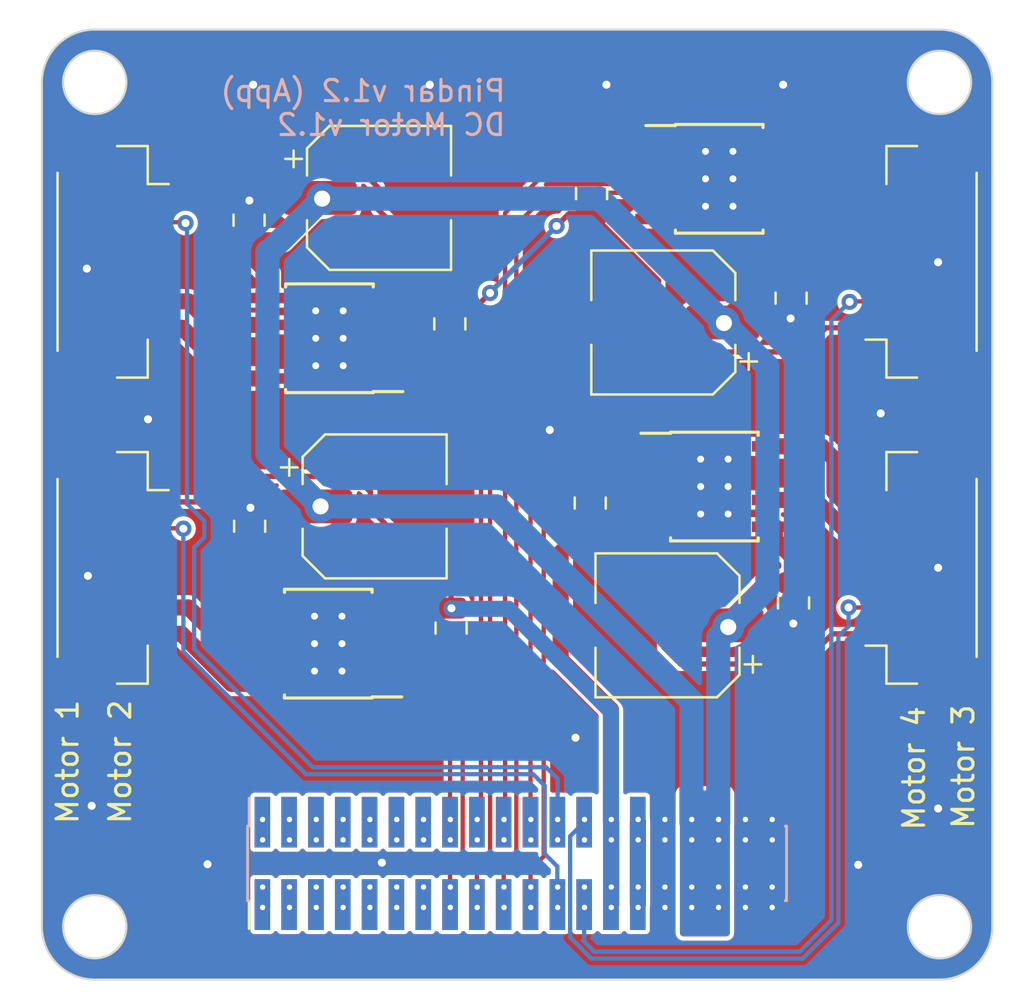
<source format=kicad_pcb>
(kicad_pcb (version 20221018) (generator pcbnew)
  (title_block (date "2023-06-14"))
  (layers (0 "F.Cu" signal) (31 "B.Cu" signal) (34 "B.Paste" user) (35 "F.Paste" user) (36 "B.SilkS" user "B.Silkscreen") (37 "F.SilkS" user "F.Silkscreen") (38 "B.Mask" user) (39 "F.Mask" user) (44 "Edge.Cuts" user))
  (net 0 "")
  (net 1 "+3.3V")
  (net 2 "GND")
  (net 3 "/SPI_CS")
  (net 4 "/SPI_CLK")
  (net 5 "/SPI_MOSI")
  (net 6 "/SPI_MISO")
  (net 7 "/I2C_CLK")
  (net 8 "/GPIO_1")
  (net 9 "/GPIO_2")
  (net 10 "/GPIO_3")
  (net 11 "/GPIO_4")
  (net 12 "/GPIO_5")
  (net 13 "/GPIO_6")
  (net 14 "/ENC_1A")
  (net 15 "/ENC_2A")
  (net 16 "/ADC_1")
  (net 17 "/ADC_3")
  (net 18 "/ADC_4")
  (net 19 "/UART1_Rx")
  (net 20 "/UART1_Tx")
  (net 21 "/ADC_2")
  (net 22 "/I2C_SDA")
  (net 23 "/UART2_Rx")
  (net 24 "/UART2_Tx")
  (net 25 "/GPIO_7")
  (net 26 "/GPIO_8")
  (net 27 "/ENC_4A")
  (net 28 "/+5V")
  (net 29 "+BATT")
  (net 30 "/OUT1")
  (net 31 "/OUT2")
  (net 32 "/OUT3")
  (net 33 "/OUT4")
  (net 34 "/OUT5")
  (net 35 "/OUT6")
  (net 36 "/ENC_3A")
  (net 37 "/OUT7")
  (net 38 "/OUT8")
  (footprint "Capacitor_SMD:C_0805_2012Metric" (layer "F.Cu") (at 72.5348 49.6602 -90)
    (fp_text reference "C10" hide)
    (fp_text value "0.1uF")
  )
  (footprint "Capacitor_SMD:CP_Elec_6.3x5.4" (layer "F.Cu") (at 68.9742 58.3064)
    (fp_text reference "C1" hide)
    (fp_text value "10uF")
  )
  (footprint "Capacitor_SMD:CP_Elec_6.3x5.4" (layer "F.Cu") (at 69.182 43.6912)
    (fp_text reference "C3" hide)
    (fp_text value "10uF")
  )
  (footprint "Package_SO:Texas_HTSOP-8-1EP_3.9x4.9mm_P1.27mm_EP2.95x4.9mm_Mask2.4x3.1mm_ThermalVias" (layer "F.Cu") (at 66.7794 64.8088 180)
    (fp_text reference "U1" hide)
    (fp_text value "DRV8870DDA")
  )
  (footprint "Connector_JST:JST_GH_SM06B-GHS-TB_1x06-1MP_P1.25mm_Horizontal" (layer "F.Cu") (at 94.92 61.22 90)
    (fp_text reference "J6" hide)
    (fp_text value "Motor 4")
  )
  (footprint "Connector_JST:JST_GH_SM06B-GHS-TB_1x06-1MP_P1.25mm_Horizontal" (layer "F.Cu") (at 94.92 46.72 90)
    (fp_text reference "J4" hide)
    (fp_text value "Motor 3")
  )
  (footprint "Capacitor_SMD:C_0805_2012Metric" (layer "F.Cu") (at 79.184 58.1494 90)
    (fp_text reference "C16" hide)
    (fp_text value "0.1uF")
  )
  (footprint "Connector_PinHeader_1.27mm:PinHeader_2x20_P1.27mm_Vertical_SMD" (layer "F.Cu") (at 75.72 75.22 90)
    (fp_text reference "J1" hide)
    (fp_text value "TOP")
  )
  (footprint "Capacitor_SMD:C_0805_2012Metric" (layer "F.Cu") (at 63.0292 44.7478 90)
    (fp_text reference "C4" hide)
    (fp_text value "0.1uF")
  )
  (footprint "Capacitor_SMD:C_0805_2012Metric" (layer "F.Cu") (at 72.596 64.0722 -90)
    (fp_text reference "C9" hide)
    (fp_text value "0.1uF")
  )
  (footprint "Package_SO:Texas_HTSOP-8-1EP_3.9x4.9mm_P1.27mm_EP2.95x4.9mm_Mask2.4x3.1mm_ThermalVias" (layer "F.Cu") (at 85.2916 42.787)
    (fp_text reference "U3" hide)
    (fp_text value "DRV8870DDA")
  )
  (footprint "Connector_JST:JST_GH_SM06B-GHS-TB_1x06-1MP_P1.25mm_Horizontal" (layer "F.Cu") (at 56.52 61.22 -90)
    (fp_text reference "J2" hide)
    (fp_text value "Motor 1")
  )
  (footprint "Connector_JST:JST_GH_SM06B-GHS-TB_1x06-1MP_P1.25mm_Horizontal" (layer "F.Cu") (at 56.52 46.72 -90)
    (fp_text reference "J3" hide)
    (fp_text value "Motor 2")
  )
  (footprint "Package_SO:Texas_HTSOP-8-1EP_3.9x4.9mm_P1.27mm_EP2.95x4.9mm_Mask2.4x3.1mm_ThermalVias" (layer "F.Cu") (at 66.8348 50.3414 180)
    (fp_text reference "U2" hide)
    (fp_text value "DRV8870DDA")
  )
  (footprint "Capacitor_SMD:CP_Elec_6.3x5.4" (layer "F.Cu") (at 82.8416 63.9406 180)
    (fp_text reference "C17" hide)
    (fp_text value "10uF")
  )
  (footprint "Capacitor_SMD:CP_Elec_6.3x5.4" (layer "F.Cu") (at 82.644 49.5942 180)
    (fp_text reference "C5" hide)
    (fp_text value "10uF")
  )
  (footprint "Capacitor_SMD:C_0805_2012Metric" (layer "F.Cu") (at 88.8106 62.8784 -90)
    (fp_text reference "C18" hide)
    (fp_text value "0.1uF")
  )
  (footprint "Capacitor_SMD:C_0805_2012Metric" (layer "F.Cu") (at 79.2464 43.488 90)
    (fp_text reference "C11" hide)
    (fp_text value "0.1uF")
  )
  (footprint "Capacitor_SMD:C_0805_2012Metric" (layer "F.Cu") (at 63.056 59.2462 90)
    (fp_text reference "C2" hide)
    (fp_text value "0.1uF")
  )
  (footprint "Capacitor_SMD:C_0805_2012Metric" (layer "F.Cu") (at 88.6952 48.441 -90)
    (fp_text reference "C6" hide)
    (fp_text value "0.1uF")
  )
  (footprint "Package_SO:Texas_HTSOP-8-1EP_3.9x4.9mm_P1.27mm_EP2.95x4.9mm_Mask2.4x3.1mm_ThermalVias" (layer "F.Cu") (at 85.0618 57.3666)
    (fp_text reference "U6" hide)
    (fp_text value "DRV8870DDA")
  )
  (footprint "Connector_PinHeader_1.27mm:PinHeader_2x20_P1.27mm_Vertical_SMD" (layer "B.Cu") (at 75.72 75.22 -90)
    (fp_text reference "J5" hide)
    (fp_text value "BUTTOM")
  )
  (gr_arc locked (start 53.22 38.22) (mid 53.952233 36.452233) (end 55.72 35.72) (stroke (width 0.1)) (layer "Edge.Cuts"))
  (gr_circle locked (center 95.72 78.22) (end 94.22 78.22) (stroke (width 0.1)) (fill none) (layer "Edge.Cuts"))
  (gr_line locked (start 55.72 80.72) (end 95.72 80.72) (stroke (width 0.1)) (layer "Edge.Cuts"))
  (gr_circle locked (center 55.72 38.22) (end 57.22 38.22) (stroke (width 0.1)) (fill none) (layer "Edge.Cuts"))
  (gr_line locked (start 53.22 38.22) (end 53.22 78.22) (stroke (width 0.1)) (layer "Edge.Cuts"))
  (gr_arc locked (start 95.72 35.72) (mid 97.487767 36.452233) (end 98.22 38.22) (stroke (width 0.1)) (layer "Edge.Cuts"))
  (gr_arc locked (start 98.22 78.22) (mid 97.487767 79.987767) (end 95.72 80.72) (stroke (width 0.1)) (layer "Edge.Cuts"))
  (gr_line locked (start 98.22 38.22) (end 98.22 78.22) (stroke (width 0.1)) (layer "Edge.Cuts"))
  (gr_circle locked (center 95.72 38.22) (end 95.72 39.72) (stroke (width 0.1)) (fill none) (layer "Edge.Cuts"))
  (gr_arc locked (start 55.72 80.72) (mid 53.952233 79.987767) (end 53.22 78.22) (stroke (width 0.1)) (layer "Edge.Cuts"))
  (gr_circle locked (center 55.72 78.22) (end 55.72 76.72) (stroke (width 0.1)) (fill none) (layer "Edge.Cuts"))
  (gr_line locked (start 95.72 35.72) (end 55.72 35.72) (stroke (width 0.1)) (layer "Edge.Cuts"))
  (gr_text "Pindar v1.2 (App)\nDC Motor v1.2" (at 75.2602 40.8178) (layer "B.SilkS") (effects (font (size 1 1)) (justify left bottom mirror)))
  (segment (start 58.37 43.595) (end 57.3192 43.595) (width 0.254) (layer "F.Cu") (net 1))
  (segment (start 72.5552 48.7306) (end 73.9064 48.7306) (width 0.254) (layer "F.Cu") (net 1))
  (segment (start 80.172 73.2552) (end 80.172 77.1552) (width 0.762) (layer "F.Cu") (net 1))
  (segment (start 77.7836 65.5618) (end 77.7836 60.4998) (width 0.762) (layer "F.Cu") (net 1))
  (segment (start 89.2226 65.774) (end 83.4568 65.774) (width 0.254) (layer "F.Cu") (net 1))
  (segment (start 82.4166 44.692) (end 79.5004 44.692) (width 0.254) (layer "F.Cu") (net 1))
  (segment (start 56.9976 57.6326) (end 57.46 58.095) (width 0.254) (layer "F.Cu") (net 1))
  (segment (start 90.6516 64.345) (end 89.2226 65.774) (width 0.254) (layer "F.Cu") (net 1))
  (segment (start 83.4568 65.774) (end 82.6694 64.9866) (width 0.254) (layer "F.Cu") (net 1))
  (segment (start 93.07 49.845) (end 94.2442 49.845) (width 0.254) (layer "F.Cu") (net 1))
  (segment (start 61.5956 58.095) (end 62.8066 56.884) (width 0.254) (layer "F.Cu") (net 1))
  (segment (start 82.6694 63.5896) (end 79.184 60.1042) (width 0.254) (layer "F.Cu") (net 1))
  (segment (start 80.165 73.27) (end 80.165 67.9432) (width 0.762) (layer "F.Cu") (net 1))
  (segment (start 82.4166 49.6716) (end 82.4166 47.6082) (width 0.254) (layer "F.Cu") (net 1))
  (segment (start 58.37 58.095) (end 61.5956 58.095) (width 0.254) (layer "F.Cu") (net 1))
  (segment (start 72.5348 48.7102) (end 72.5552 48.7306) (width 0.254) (layer "F.Cu") (net 1))
  (segment (start 93.07 64.345) (end 90.6516 64.345) (width 0.254) (layer "F.Cu") (net 1))
  (segment (start 79.2464 44.438) (end 78.1736 44.438) (width 0.254) (layer "F.Cu") (net 1))
  (segment (start 79.184 59.0994) (end 79.3562 59.2716) (width 0.254) (layer "F.Cu") (net 1))
  (segment (start 73.9064 48.7306) (end 74.4398 48.1972) (width 0.254) (layer "F.Cu") (net 1))
  (segment (start 94.278 64.345) (end 93.07 64.345) (width 0.254) (layer "F.Cu") (net 1))
  (segment (start 77.7836 60.4998) (end 79.184 59.0994) (width 0.762) (layer "F.Cu") (net 1))
  (segment (start 69.1312 43.1934) (end 69.1312 44.2348) (width 0.254) (layer "F.Cu") (net 1))
  (segment (start 57.46 58.095) (end 58.37 58.095) (width 0.254) (layer "F.Cu") (net 1))
  (segment (start 72.3776 62.9038) (end 69.6544 62.9038) (width 0.254) (layer "F.Cu") (net 1))
  (segment (start 68.039 56.884) (end 68.7756 57.6206) (width 0.254) (layer "F.Cu") (net 1))
  (segment (start 80.165 67.9432) (end 77.7836 65.5618) (width 0.762) (layer "F.Cu") (net 1))
  (segment (start 83.7362 50.9912) (end 82.4166 49.6716) (width 0.254) (layer "F.Cu") (net 1))
  (segment (start 68.2422 42.3044) (end 69.1312 43.1934) (width 0.254) (layer "F.Cu") (net 1))
  (segment (start 93.07 49.845) (end 90.3434 49.845) (width 0.254) (layer "F.Cu") (net 1))
  (segment (start 56.9976 43.9166) (end 56.9976 57.6326) (width 0.254) (layer "F.Cu") (net 1))
  (segment (start 72.596 62.2538) (end 72.596 63.1222) (width 0.254) (layer "F.Cu") (net 1))
  (segment (start 90.3434 49.845) (end 89.1972 50.9912) (width 0.254) (layer "F.Cu") (net 1))
  (segment (start 69.1312 44.2348) (end 72.5348 47.6384) (width 0.254) (layer "F.Cu") (net 1))
  (segment (start 94.4626 50.0634) (end 94.4626 64.1604) (width 0.254) (layer "F.Cu") (net 1))
  (segment (start 68.7756 58.4334) (end 72.596 62.2538) (width 0.254) (layer "F.Cu") (net 1))
  (segment (start 57.3192 43.595) (end 56.9976 43.9166) (width 0.254) (layer "F.Cu") (net 1))
  (segment (start 82.6694 64.9866) (end 82.6694 63.5896) (width 0.254) (layer "F.Cu") (net 1))
  (segment (start 79.3562 59.2716) (end 82.1868 59.2716) (width 0.254) (layer "F.Cu") (net 1))
  (segment (start 89.1972 50.9912) (end 83.7362 50.9912) (width 0.254) (layer "F.Cu") (net 1))
  (segment (start 68.7756 57.6206) (end 68.7756 58.4334) (width 0.254) (layer "F.Cu") (net 1))
  (segment (start 58.37 43.595) (end 61.401118 43.595) (width 0.254) (layer "F.Cu") (net 1))
  (segment (start 62.8066 56.884) (end 68.039 56.884) (width 0.254) (layer "F.Cu") (net 1))
  (segment (start 72.261 48.4364) (end 72.5348 48.7102) (width 0.254) (layer "F.Cu") (net 1))
  (segment (start 94.4626 64.1604) (end 94.278 64.345) (width 0.254) (layer "F.Cu") (net 1))
  (segment (start 94.2442 49.845) (end 94.4626 50.0634) (width 0.254) (layer "F.Cu") (net 1))
  (segment (start 72.596 63.1222) (end 72.3776 62.9038) (width 0.254) (layer "F.Cu") (net 1))
  (segment (start 78.1736 44.438) (end 77.5894 45.0222) (width 0.254) (layer "F.Cu") (net 1))
  (segment (start 79.5004 44.692) (end 79.2464 44.438) (width 0.254) (layer "F.Cu") (net 1))
  (segment (start 61.401118 43.595) (end 62.691718 42.3044) (width 0.254) (layer "F.Cu") (net 1))
  (segment (start 72.5348 47.6384) (end 72.5348 48.7102) (width 0.254) (layer "F.Cu") (net 1))
  (segment (start 82.4166 47.6082) (end 79.2464 44.438) (width 0.254) (layer "F.Cu") (net 1))
  (segment (start 79.184 60.1042) (end 79.184 59.0994) (width 0.254) (layer "F.Cu") (net 1))
  (segment (start 69.7098 48.4364) (end 72.261 48.4364) (width 0.254) (layer "F.Cu") (net 1))
  (segment (start 62.691718 42.3044) (end 68.2422 42.3044) (width 0.254) (layer "F.Cu") (net 1))
  (via (at 77.5894 45.0222) (size 0.762) (drill 0.381) (layers "F.Cu" "B.Cu") (net 1))
  (via (at 80.1802 76.3404) (size 0.508) (drill 0.254) (layers "F.Cu" "B.Cu") (net 1))
  (via (at 80.1802 74.1052) (size 0.508) (drill 0.254) (layers "F.Cu" "B.Cu") (net 1))
  (via (at 72.611 63.1324) (size 0.762) (drill 0.381) (layers "F.Cu" "B.Cu") (net 1))
  (via (at 80.1802 73.14) (size 0.508) (drill 0.254) (layers "F.Cu" "B.Cu") (net 1))
  (via (at 80.1802 77.3056) (size 0.508) (drill 0.254) (layers "F.Cu" "B.Cu") (net 1))
  (via (at 74.4398 48.1972) (size 0.762) (drill 0.381) (layers "F.Cu" "B.Cu") (net 1))
  (segment (start 77.5894 45.0222) (end 74.4398 48.1718) (width 0.254) (layer "B.Cu") (net 1))
  (segment (start 80.172 73.2552) (end 80.172 77.1552) (width 0.762) (layer "B.Cu") (net 1))
  (segment (start 72.6364 63.1578) (end 72.611 63.1324) (width 0.762) (layer "B.Cu") (net 1))
  (segment (start 80.165 68.0194) (end 75.3034 63.1578) (width 0.762) (layer "B.Cu") (net 1))
  (segment (start 80.165 73.27) (end 80.165 68.0194) (width 0.762) (layer "B.Cu") (net 1))
  (segment (start 74.4398 48.1718) (end 74.4398 48.1972) (width 0.254) (layer "B.Cu") (net 1))
  (segment (start 75.3034 63.1578) (end 72.6364 63.1578) (width 0.762) (layer "B.Cu") (net 1))
  (via (at 82.7202 73.14) (size 0.508) (drill 0.254) (layers "F.Cu" "B.Cu") (net 2))
  (via (at 86.5302 74.1052) (size 0.508) (drill 0.254) (layers "F.Cu" "B.Cu") (net 2))
  (via (at 55.5752 72.4916) (size 0.762) (drill 0.381) (layers "F.Cu" "B.Cu") (net 2))
  (via (at 86.5302 73.14) (size 0.508) (drill 0.254) (layers "F.Cu" "B.Cu") (net 2))
  (via (at 88.6714 49.403) (size 0.762) (drill 0.381) (layers "F.Cu" "B.Cu") (net 2))
  (via (at 58.2422 54.1782) (size 0.762) (drill 0.381) (layers "F.Cu" "B.Cu") (net 2))
  (via (at 69.3166 75.184) (size 0.762) (drill 0.381) (layers "F.Cu" "B.Cu") (net 2))
  (via (at 82.7202 76.3404) (size 0.508) (drill 0.254) (layers "F.Cu" "B.Cu") (net 2))
  (via (at 87.8002 73.14) (size 0.508) (drill 0.254) (layers "F.Cu" "B.Cu") (net 2))
  (via (at 95.6564 61.214) (size 0.762) (drill 0.381) (layers "F.Cu" "B.Cu") (net 2))
  (via (at 77.2668 54.6862) (size 0.762) (drill 0.381) (layers "F.Cu" "B.Cu") (net 2))
  (via (at 87.8002 76.3404) (size 0.508) (drill 0.254) (layers "F.Cu" "B.Cu") (net 2))
  (via (at 88.3158 38.3286) (size 0.762) (drill 0.381) (layers "F.Cu" "B.Cu") (net 2))
  (via (at 78.486 69.2658) (size 0.762) (drill 0.381) (layers "F.Cu" "B.Cu") (net 2))
  (via (at 61.0616 75.2602) (size 0.762) (drill 0.381) (layers "F.Cu" "B.Cu") (net 2))
  (via (at 95.6564 46.736) (size 0.762) (drill 0.381) (layers "F.Cu" "B.Cu") (net 2))
  (via (at 86.5302 76.3404) (size 0.508) (drill 0.254) (layers "F.Cu" "B.Cu") (net 2))
  (via (at 95.6564 72.6186) (size 0.762) (drill 0.381) (layers "F.Cu" "B.Cu") (net 2))
  (via (at 82.7202 77.3056) (size 0.508) (drill 0.254) (layers "F.Cu" "B.Cu") (net 2))
  (via (at 87.8002 74.1052) (size 0.508) (drill 0.254) (layers "F.Cu" "B.Cu") (net 2))
  (via (at 63.0428 43.815) (size 0.762) (drill 0.381) (layers "F.Cu" "B.Cu") (net 2))
  (via (at 82.7202 74.1052) (size 0.508) (drill 0.254) (layers "F.Cu" "B.Cu") (net 2))
  (via (at 91.8718 75.2856) (size 0.762) (drill 0.381) (layers "F.Cu" "B.Cu") (net 2))
  (via (at 63.0936 58.3692) (size 0.762) (drill 0.381) (layers "F.Cu" "B.Cu") (net 2))
  (via (at 88.7984 63.8556) (size 0.762) (drill 0.381) (layers "F.Cu" "B.Cu") (net 2))
  (via (at 86.5302 77.3056) (size 0.508) (drill 0.254) (layers "F.Cu" "B.Cu") (net 2))
  (via (at 55.3974 61.595) (size 0.762) (drill 0.381) (layers "F.Cu" "B.Cu") (net 2))
  (via (at 71.585666 38.3286) (size 0.762) (drill 0.381) (layers "F.Cu" "B.Cu") (net 2))
  (via (at 63.2206 38.3286) (size 0.762) (drill 0.381) (layers "F.Cu" "B.Cu") (net 2))
  (via (at 79.950732 38.3286) (size 0.762) (drill 0.381) (layers "F.Cu" "B.Cu") (net 2))
  (via (at 55.3466 47.0408) (size 0.762) (drill 0.381) (layers "F.Cu" "B.Cu") (net 2))
  (via (at 92.9386 53.8988) (size 0.762) (drill 0.381) (layers "F.Cu" "B.Cu") (net 2))
  (via (at 87.8002 77.3056) (size 0.508) (drill 0.254) (layers "F.Cu" "B.Cu") (net 2))
  (via (at 70.0202 76.3404) (size 0.508) (drill 0.254) (layers "F.Cu" "B.Cu") (net 3))
  (via (at 70.0202 77.3056) (size 0.508) (drill 0.254) (layers "F.Cu" "B.Cu") (net 3))
  (via (at 70.0202 74.1052) (size 0.508) (drill 0.254) (layers "F.Cu" "B.Cu") (net 4))
  (via (at 70.0202 73.14) (size 0.508) (drill 0.254) (layers "F.Cu" "B.Cu") (net 4))
  (via (at 71.2902 77.3056) (size 0.508) (drill 0.254) (layers "F.Cu" "B.Cu") (net 5))
  (via (at 71.2902 76.3404) (size 0.508) (drill 0.254) (layers "F.Cu" "B.Cu") (net 5))
  (via (at 71.2902 73.14) (size 0.508) (drill 0.254) (layers "F.Cu" "B.Cu") (net 6))
  (via (at 71.2902 74.1052) (size 0.508) (drill 0.254) (layers "F.Cu" "B.Cu") (net 6))
  (via (at 68.7502 74.1052) (size 0.508) (drill 0.254) (layers "F.Cu" "B.Cu") (net 7))
  (via (at 68.7502 73.14) (size 0.508) (drill 0.254) (layers "F.Cu" "B.Cu") (net 7))
  (segment (start 73.6524 64.5802) (end 73.6524 66.1296) (width 0.2032) (layer "F.Cu") (net 8))
  (segment (start 73.1436 74.995) (end 72.545 75.5936) (width 0.2032) (layer "F.Cu") (net 8))
  (segment (start 73.6524 66.1296) (end 73.1436 66.6384) (width 0.2032) (layer "F.Cu") (net 8))
  (segment (start 72.545 75.5936) (end 72.545 77.17) (width 0.2032) (layer "F.Cu") (net 8))
  (segment (start 69.6544 64.1738) (end 73.246 64.1738) (width 0.2032) (layer "F.Cu") (net 8))
  (segment (start 73.246 64.1738) (end 73.6524 64.5802) (width 0.2032) (layer "F.Cu") (net 8))
  (segment (start 73.1436 66.6384) (end 73.1436 74.995) (width 0.2032) (layer "F.Cu") (net 8))
  (via (at 72.5602 77.3056) (size 0.508) (drill 0.254) (layers "F.Cu" "B.Cu") (net 8))
  (via (at 72.5602 76.3404) (size 0.508) (drill 0.254) (layers "F.Cu" "B.Cu") (net 8))
  (segment (start 71.2902 65.4438) (end 72.545 66.6986) (width 0.2032) (layer "F.Cu") (net 9))
  (segment (start 69.6544 65.4438) (end 71.2902 65.4438) (width 0.2032) (layer "F.Cu") (net 9))
  (segment (start 72.545 66.6986) (end 72.545 73.27) (width 0.2032) (layer "F.Cu") (net 9))
  (via (at 72.5602 74.1052) (size 0.508) (drill 0.254) (layers "F.Cu" "B.Cu") (net 9))
  (via (at 72.5602 73.14) (size 0.508) (drill 0.254) (layers "F.Cu" "B.Cu") (net 9))
  (segment (start 74.4398 74.8926) (end 73.815 75.5174) (width 0.2032) (layer "F.Cu") (net 10))
  (segment (start 69.7098 49.7064) (end 73.409 49.7064) (width 0.2032) (layer "F.Cu") (net 10))
  (segment (start 74.4398 50.7372) (end 74.4398 74.8926) (width 0.2032) (layer "F.Cu") (net 10))
  (segment (start 73.815 75.5174) (end 73.815 77.17) (width 0.2032) (layer "F.Cu") (net 10))
  (segment (start 73.409 49.7064) (end 74.4398 50.7372) (width 0.2032) (layer "F.Cu") (net 10))
  (via (at 73.8302 77.3056) (size 0.508) (drill 0.254) (layers "F.Cu" "B.Cu") (net 10))
  (via (at 73.8302 76.3404) (size 0.508) (drill 0.254) (layers "F.Cu" "B.Cu") (net 10))
  (segment (start 71.377 50.9764) (end 74.008 53.6074) (width 0.2032) (layer "F.Cu") (net 11))
  (segment (start 74.008 73.077) (end 73.815 73.27) (width 0.2032) (layer "F.Cu") (net 11))
  (segment (start 69.7098 50.9764) (end 71.377 50.9764) (width 0.2032) (layer "F.Cu") (net 11))
  (segment (start 74.008 53.6074) (end 74.008 73.077) (width 0.2032) (layer "F.Cu") (net 11))
  (via (at 73.8302 74.1052) (size 0.508) (drill 0.254) (layers "F.Cu" "B.Cu") (net 11))
  (via (at 73.8302 73.14) (size 0.508) (drill 0.254) (layers "F.Cu" "B.Cu") (net 11))
  (segment (start 82.3912 43.4474) (end 77.2084 43.4474) (width 0.2032) (layer "F.Cu") (net 12))
  (segment (start 75.6836 74.9442) (end 75.085 75.5428) (width 0.2032) (layer "F.Cu") (net 12))
  (segment (start 77.2084 43.4474) (end 75.6836 44.9722) (width 0.2032) (layer "F.Cu") (net 12))
  (segment (start 82.4166 43.422) (end 82.3912 43.4474) (width 0.2032) (layer "F.Cu") (net 12))
  (segment (start 75.085 75.5428) (end 75.085 77.17) (width 0.2032) (layer "F.Cu") (net 12))
  (segment (start 75.6836 44.9722) (end 75.6836 74.9442) (width 0.2032) (layer "F.Cu") (net 12))
  (via (at 75.1002 77.3056) (size 0.508) (drill 0.254) (layers "F.Cu" "B.Cu") (net 12))
  (via (at 75.1002 76.3404) (size 0.508) (drill 0.254) (layers "F.Cu" "B.Cu") (net 12))
  (segment (start 81.5666 42.152) (end 81.0078 41.5932) (width 0.2032) (layer "F.Cu") (net 13))
  (segment (start 77.9704 41.5932) (end 75.151 44.4126) (width 0.2032) (layer "F.Cu") (net 13))
  (segment (start 82.4166 42.152) (end 81.5666 42.152) (width 0.2032) (layer "F.Cu") (net 13))
  (segment (start 75.151 44.4126) (end 75.151 73.204) (width 0.2032) (layer "F.Cu") (net 13))
  (segment (start 75.151 73.204) (end 75.085 73.27) (width 0.2032) (layer "F.Cu") (net 13))
  (segment (start 81.0078 41.5932) (end 77.9704 41.5932) (width 0.2032) (layer "F.Cu") (net 13))
  (via (at 75.1002 73.14) (size 0.508) (drill 0.254) (layers "F.Cu" "B.Cu") (net 13))
  (via (at 75.1002 74.1052) (size 0.508) (drill 0.254) (layers "F.Cu" "B.Cu") (net 13))
  (segment (start 59.9038 59.345) (end 59.9186 59.3598) (width 0.2032) (layer "F.Cu") (net 14))
  (segment (start 58.37 59.345) (end 59.9038 59.345) (width 0.2032) (layer "F.Cu") (net 14))
  (via (at 77.6402 76.3404) (size 0.508) (drill 0.254) (layers "F.Cu" "B.Cu") (net 14))
  (via (at 59.9186 59.3598) (size 0.762) (drill 0.381) (layers "F.Cu" "B.Cu") (net 14))
  (via (at 77.6402 77.3056) (size 0.508) (drill 0.254) (layers "F.Cu" "B.Cu") (net 14))
  (segment (start 59.9186 59.3598) (end 59.9186 65.186173) (width 0.2032) (layer "B.Cu") (net 14))
  (segment (start 77.0264 71.54) (end 77.0264 74.7658) (width 0.2032) (layer "B.Cu") (net 14))
  (segment (start 59.9186 65.186173) (end 65.725427 70.993) (width 0.2032) (layer "B.Cu") (net 14))
  (segment (start 76.4794 70.993) (end 77.0264 71.54) (width 0.2032) (layer "B.Cu") (net 14))
  (segment (start 65.725427 70.993) (end 76.4794 70.993) (width 0.2032) (layer "B.Cu") (net 14))
  (segment (start 77.0264 74.7658) (end 77.625 75.3644) (width 0.2032) (layer "B.Cu") (net 14))
  (segment (start 77.625 75.3644) (end 77.625 77.17) (width 0.2032) (layer "B.Cu") (net 14))
  (segment (start 59.9834 44.845) (end 60.0202 44.8818) (width 0.2032) (layer "F.Cu") (net 15))
  (segment (start 58.37 44.845) (end 59.9834 44.845) (width 0.2032) (layer "F.Cu") (net 15))
  (via (at 60.0202 44.8818) (size 0.762) (drill 0.381) (layers "F.Cu" "B.Cu") (net 15))
  (via (at 77.6402 73.14) (size 0.508) (drill 0.254) (layers "F.Cu" "B.Cu") (net 15))
  (via (at 77.6402 74.1052) (size 0.508) (drill 0.254) (layers "F.Cu" "B.Cu") (net 15))
  (segment (start 60.091454 58.186454) (end 60.9092 59.0042) (width 0.2032) (layer "B.Cu") (net 15))
  (segment (start 60.9092 59.0042) (end 60.9092 59.7662) (width 0.2032) (layer "B.Cu") (net 15))
  (segment (start 66.04 70.6628) (end 77.089 70.6628) (width 0.2032) (layer "B.Cu") (net 15))
  (segment (start 77.089 70.6628) (end 77.6402 71.214) (width 0.2032) (layer "B.Cu") (net 15))
  (segment (start 60.9092 59.7662) (end 60.4266 60.2488) (width 0.2032) (layer "B.Cu") (net 15))
  (segment (start 60.0202 44.8818) (end 60.091454 44.953054) (width 0.2032) (layer "B.Cu") (net 15))
  (segment (start 60.4266 65.0494) (end 66.04 70.6628) (width 0.2032) (layer "B.Cu") (net 15))
  (segment (start 60.091454 44.953054) (end 60.091454 58.186454) (width 0.2032) (layer "B.Cu") (net 15))
  (segment (start 60.4266 60.2488) (end 60.4266 65.0494) (width 0.2032) (layer "B.Cu") (net 15))
  (segment (start 77.6402 71.214) (end 77.6402 73.14) (width 0.2032) (layer "B.Cu") (net 15))
  (via (at 63.6702 77.3056) (size 0.508) (drill 0.254) (layers "F.Cu" "B.Cu") (net 16))
  (via (at 63.6702 76.3404) (size 0.508) (drill 0.254) (layers "F.Cu" "B.Cu") (net 16))
  (via (at 64.9402 77.3056) (size 0.508) (drill 0.254) (layers "F.Cu" "B.Cu") (net 17))
  (via (at 64.9402 76.3404) (size 0.508) (drill 0.254) (layers "F.Cu" "B.Cu") (net 17))
  (via (at 64.9402 73.14) (size 0.508) (drill 0.254) (layers "F.Cu" "B.Cu") (net 18))
  (via (at 64.9402 74.1052) (size 0.508) (drill 0.254) (layers "F.Cu" "B.Cu") (net 18))
  (via (at 66.2102 77.3056) (size 0.508) (drill 0.254) (layers "F.Cu" "B.Cu") (net 19))
  (via (at 66.2102 76.3404) (size 0.508) (drill 0.254) (layers "F.Cu" "B.Cu") (net 19))
  (via (at 66.2102 73.14) (size 0.508) (drill 0.254) (layers "F.Cu" "B.Cu") (net 20))
  (via (at 66.2102 74.1052) (size 0.508) (drill 0.254) (layers "F.Cu" "B.Cu") (net 20))
  (via (at 63.6702 73.14) (size 0.508) (drill 0.254) (layers "F.Cu" "B.Cu") (net 21))
  (via (at 63.6702 74.1052) (size 0.508) (drill 0.254) (layers "F.Cu" "B.Cu") (net 21))
  (via (at 68.7502 77.3056) (size 0.508) (drill 0.254) (layers "F.Cu" "B.Cu") (net 22))
  (via (at 68.7502 76.3404) (size 0.508) (drill 0.254) (layers "F.Cu" "B.Cu") (net 22))
  (via (at 67.4802 76.3404) (size 0.508) (drill 0.254) (layers "F.Cu" "B.Cu") (net 23))
  (via (at 67.4802 77.3056) (size 0.508) (drill 0.254) (layers "F.Cu" "B.Cu") (net 23))
  (via (at 67.4802 74.1052) (size 0.508) (drill 0.254) (layers "F.Cu" "B.Cu") (net 24))
  (via (at 67.4802 73.14) (size 0.508) (drill 0.254) (layers "F.Cu" "B.Cu") (net 24))
  (segment (start 77.6656 58.0016) (end 76.9798 58.6874) (width 0.2032) (layer "F.Cu") (net 25))
  (segment (start 76.36 75.5124) (end 76.355 75.5124) (width 0.2032) (layer "F.Cu") (net 25))
  (segment (start 76.355 75.5124) (end 76.355 77.17) (width 0.2032) (layer "F.Cu") (net 25))
  (segment (start 76.9798 74.8926) (end 76.36 75.5124) (width 0.2032) (layer "F.Cu") (net 25))
  (segment (start 76.9798 58.6874) (end 76.9798 74.8926) (width 0.2032) (layer "F.Cu") (net 25))
  (segment (start 82.1868 58.0016) (end 77.6656 58.0016) (width 0.2032) (layer "F.Cu") (net 25))
  (via (at 76.3702 77.3056) (size 0.508) (drill 0.254) (layers "F.Cu" "B.Cu") (net 25))
  (via (at 76.3702 76.3404) (size 0.508) (drill 0.254) (layers "F.Cu" "B.Cu") (net 25))
  (segment (start 76.355 57.6866) (end 76.355 73.27) (width 0.2032) (layer "F.Cu") (net 26))
  (segment (start 82.1868 56.7316) (end 80.4088 56.7316) (width 0.2032) (layer "F.Cu") (net 26))
  (segment (start 77.818 56.2236) (end 76.355 57.6866) (width 0.2032) (layer "F.Cu") (net 26))
  (segment (start 79.9008 56.2236) (end 77.818 56.2236) (width 0.2032) (layer "F.Cu") (net 26))
  (segment (start 80.4088 56.7316) (end 79.9008 56.2236) (width 0.2032) (layer "F.Cu") (net 26))
  (via (at 76.3702 74.1052) (size 0.508) (drill 0.254) (layers "F.Cu" "B.Cu") (net 26))
  (via (at 76.3702 73.14) (size 0.508) (drill 0.254) (layers "F.Cu" "B.Cu") (net 26))
  (segment (start 91.416 63.095) (end 91.4146 63.0936) (width 0.2032) (layer "F.Cu") (net 27))
  (segment (start 93.07 63.095) (end 91.416 63.095) (width 0.2032) (layer "F.Cu") (net 27))
  (via (at 78.9102 74.1052) (size 0.508) (drill 0.254) (layers "F.Cu" "B.Cu") (net 27))
  (via (at 78.9102 73.14) (size 0.508) (drill 0.254) (layers "F.Cu" "B.Cu") (net 27))
  (via (at 91.4146 63.0936) (size 0.762) (drill 0.381) (layers "F.Cu" "B.Cu") (net 27))
  (segment (start 78.895 73.27) (end 78.232 73.933) (width 0.2032) (layer "B.Cu") (net 27))
  (segment (start 90.932 78.038573) (end 90.932 64.4652) (width 0.2032) (layer "B.Cu") (net 27))
  (segment (start 91.4146 63.9826) (end 91.4146 63.0936) (width 0.2032) (layer "B.Cu") (net 27))
  (segment (start 90.932 64.4652) (end 91.4146 63.9826) (width 0.2032) (layer "B.Cu") (net 27))
  (segment (start 78.232 78.724373) (end 79.238227 79.7306) (width 0.2032) (layer "B.Cu") (net 27))
  (segment (start 79.238227 79.7306) (end 89.239974 79.7306) (width 0.2032) (layer "B.Cu") (net 27))
  (segment (start 78.232 73.933) (end 78.232 78.724373) (width 0.2032) (layer "B.Cu") (net 27))
  (segment (start 89.239974 79.7306) (end 90.932 78.038573) (width 0.2032) (layer "B.Cu") (net 27))
  (segment (start 81.442 73.2552) (end 81.442 77.1552) (width 0.762) (layer "F.Cu") (net 28))
  (via (at 81.4502 76.3404) (size 0.508) (drill 0.254) (layers "F.Cu" "B.Cu") (net 28))
  (via (at 81.4502 77.3056) (size 0.508) (drill 0.254) (layers "F.Cu" "B.Cu") (net 28))
  (via (at 81.4502 74.1052) (size 0.508) (drill 0.254) (layers "F.Cu" "B.Cu") (net 28))
  (via (at 81.4502 73.14) (size 0.508) (drill 0.254) (layers "F.Cu" "B.Cu") (net 28))
  (segment (start 81.442 73.2552) (end 81.442 77.1552) (width 0.762) (layer "B.Cu") (net 28))
  (segment (start 87.9368 59.2716) (end 87.9368 59.8908) (width 0.762) (layer "F.Cu") (net 29))
  (segment (start 88.6952 46.1966) (end 88.6952 47.491) (width 0.762) (layer "F.Cu") (net 29))
  (segment (start 63.9044 62.1982) (end 63.056 61.3498) (width 0.762) (layer "F.Cu") (net 29))
  (segment (start 63.056 61.3498) (end 63.056 60.1962) (width 0.762) (layer "F.Cu") (net 29))
  (segment (start 63.056 60.1962) (end 64.2844 60.1962) (width 0.762) (layer "F.Cu") (net 29))
  (segment (start 64.6202 45.6978) (end 63.0292 45.6978) (width 0.762) (layer "F.Cu") (net 29))
  (segment (start 85.444 49.5942) (end 85.444 49.5628) (width 0.762) (layer "F.Cu") (net 29))
  (segment (start 87.9368 59.8908) (end 88.8106 60.7646) (width 0.762) (layer "F.Cu") (net 29))
  (segment (start 64.2844 60.1962) (end 66.1742 58.3064) (width 0.762) (layer "F.Cu") (net 29))
  (segment (start 87.5158 47.491) (end 88.6952 47.491) (width 0.762) (layer "F.Cu") (net 29))
  (segment (start 63.0292 45.6978) (end 63.0292 46.3624) (width 0.762) (layer "F.Cu") (net 29))
  (segment (start 63.0292 46.3624) (end 63.9598 47.293) (width 0.762) (layer "F.Cu") (net 29))
  (segment (start 85.444 49.5628) (end 87.5158 47.491) (width 0.762) (layer "F.Cu") (net 29))
  (segment (start 87.5056 61.9284) (end 88.8106 61.9284) (width 0.762) (layer "F.Cu") (net 29))
  (segment (start 63.9598 47.293) (end 63.9598 48.4364) (width 0.762) (layer "F.Cu") (net 29))
  (segment (start 88.1666 44.692) (end 88.1666 45.668) (width 0.762) (layer "F.Cu") (net 29))
  (segment (start 85.6416 63.9406) (end 85.6416 63.7924) (width 0.762) (layer "F.Cu") (net 29))
  (segment (start 85.6416 63.7924) (end 87.5056 61.9284) (width 0.762) (layer "F.Cu") (net 29))
  (segment (start 88.1666 45.668) (end 88.6952 46.1966) (width 0.762) (layer "F.Cu") (net 29))
  (segment (start 66.382 43.936) (end 64.6202 45.6978) (width 0.762) (layer "F.Cu") (net 29))
  (segment (start 66.382 43.6912) (end 66.382 43.936) (width 0.762) (layer "F.Cu") (net 29))
  (segment (start 88.8106 60.7646) (end 88.8106 61.9284) (width 0.762) (layer "F.Cu") (net 29))
  (segment (start 63.9044 62.9038) (end 63.9044 62.1982) (width 0.762) (layer "F.Cu") (net 29))
  (via (at 85.2602 76.3404) (size 0.508) (drill 0.254) (layers "F.Cu" "B.Cu") (net 29))
  (via (at 85.7174 64.0214) (size 1.524) (drill 0.762) (layers "F.Cu" "B.Cu") (net 29))
  (via (at 83.9902 76.3404) (size 0.508) (drill 0.254) (layers "F.Cu" "B.Cu") (net 29))
  (via (at 83.9902 77.3056) (size 0.508) (drill 0.254) (layers "F.Cu" "B.Cu") (net 29))
  (via (at 83.9902 74.1052) (size 0.508) (drill 0.254) (layers "F.Cu" "B.Cu") (net 29))
  (via (at 85.2602 77.3056) (size 0.508) (drill 0.254) (layers "F.Cu" "B.Cu") (net 29))
  (via (at 85.2602 73.14) (size 0.508) (drill 0.254) (layers "F.Cu" "B.Cu") (net 29))
  (via (at 85.5142 49.6196) (size 1.524) (drill 0.762) (layers "F.Cu" "B.Cu") (net 29))
  (via (at 83.9902 73.14) (size 0.508) (drill 0.254) (layers "F.Cu" "B.Cu") (net 29))
  (via (at 66.4896 43.7268) (size 1.524) (drill 0.762) (layers "F.Cu" "B.Cu") (net 29))
  (via (at 66.4134 58.3064) (size 1.524) (drill 0.762) (layers "F.Cu" "B.Cu") (net 29))
  (via (at 85.2602 74.1052) (size 0.508) (drill 0.254) (layers "F.Cu" "B.Cu") (net 29))
  (segment (start 87.5716 51.677) (end 85.5142 49.6196) (width 1.143) (layer "B.Cu") (net 29))
  (segment (start 66.4134 58.3064) (end 74.7446 58.3064) (width 1.143) (layer "B.Cu") (net 29))
  (segment (start 87.5716 53.2518) (end 87.5716 51.677) (width 1.143) (layer "B.Cu") (net 29))
  (segment (start 74.7446 58.3064) (end 83.975 67.5368) (width 1.143) (layer "B.Cu") (net 29))
  (segment (start 85.245 73.27) (end 85.245 64.4938) (width 1.143) (layer "B.Cu") (net 29))
  (segment (start 63.8988 55.7918) (end 66.4134 58.3064) (width 1.143) (layer "B.Cu") (net 29))
  (segment (start 85.5142 49.6196) (end 79.6214 43.7268) (width 1.143) (layer "B.Cu") (net 29))
  (segment (start 66.4896 43.7268) (end 63.975 46.2414) (width 1.143) (layer "B.Cu") (net 29))
  (segment (start 63.8988 46.2414) (end 63.8988 55.7918) (width 1.143) (layer "B.Cu") (net 29))
  (segment (start 79.6214 43.7268) (end 66.4896 43.7268) (width 1.143) (layer "B.Cu") (net 29))
  (segment (start 85.245 64.4938) (end 85.7174 64.0214) (width 1.143) (layer "B.Cu") (net 29))
  (segment (start 87.5716 62.1672) (end 87.5716 53.2518) (width 1.143) (layer "B.Cu") (net 29))
  (segment (start 83.975 67.5368) (end 83.975 73.27) (width 1.143) (layer "B.Cu") (net 29))
  (segment (start 63.975 46.2414) (end 63.8988 46.2414) (width 1.143) (layer "B.Cu") (net 29))
  (segment (start 85.7174 64.0214) (end 87.5716 62.1672) (width 1.143) (layer "B.Cu") (net 29))
  (segment (start 61.2318 64.1738) (end 63.9044 64.1738) (width 0.762) (layer "F.Cu") (net 30))
  (segment (start 60.153 63.095) (end 61.2318 64.1738) (width 0.762) (layer "F.Cu") (net 30))
  (segment (start 58.37 63.095) (end 60.153 63.095) (width 0.762) (layer "F.Cu") (net 30))
  (segment (start 62.197 66.7138) (end 63.9044 66.7138) (width 0.762) (layer "F.Cu") (net 31))
  (segment (start 58.37 64.345) (end 59.8282 64.345) (width 0.762) (layer "F.Cu") (net 31))
  (segment (start 59.8282 64.345) (end 62.197 66.7138) (width 0.762) (layer "F.Cu") (net 31))
  (segment (start 60.1564 48.595) (end 61.2678 49.7064) (width 0.762) (layer "F.Cu") (net 32))
  (segment (start 61.2678 49.7064) (end 63.9598 49.7064) (width 0.762) (layer "F.Cu") (net 32))
  (segment (start 58.37 48.595) (end 60.1564 48.595) (width 0.762) (layer "F.Cu") (net 32))
  (segment (start 62.2584 52.2464) (end 63.9598 52.2464) (width 0.762) (layer "F.Cu") (net 33))
  (segment (start 59.857 49.845) (end 62.2584 52.2464) (width 0.762) (layer "F.Cu") (net 33))
  (segment (start 58.37 49.845) (end 59.857 49.845) (width 0.762) (layer "F.Cu") (net 33))
  (segment (start 91.454 44.845) (end 93.07 44.845) (width 0.762) (layer "F.Cu") (net 34))
  (segment (start 90.031 43.422) (end 91.454 44.845) (width 0.762) (layer "F.Cu") (net 34))
  (segment (start 88.1666 43.422) (end 90.031 43.422) (width 0.762) (layer "F.Cu") (net 34))
  (segment (start 91.2292 42.9902) (end 91.2292 42.0504) (width 0.762) (layer "F.Cu") (net 35))
  (segment (start 90.0608 40.882) (end 88.1666 40.882) (width 0.762) (layer "F.Cu") (net 35))
  (segment (start 91.834 43.595) (end 91.2292 42.9902) (width 0.762) (layer "F.Cu") (net 35))
  (segment (start 93.07 43.595) (end 91.834 43.595) (width 0.762) (layer "F.Cu") (net 35))
  (segment (start 91.2292 42.0504) (end 90.0608 40.882) (width 0.762) (layer "F.Cu") (net 35))
  (segment (start 93.07 48.595) (end 91.486 48.595) (width 0.2032) (layer "F.Cu") (net 36))
  (segment (start 91.486 48.595) (end 91.4654 48.6156) (width 0.2032) (layer "F.Cu") (net 36))
  (via (at 78.9102 76.3404) (size 0.508) (drill 0.254) (layers "F.Cu" "B.Cu") (net 36))
  (via (at 91.4654 48.6156) (size 0.762) (drill 0.381) (layers "F.Cu" "B.Cu") (net 36))
  (via (at 78.9102 77.3056) (size 0.508) (drill 0.254) (layers "F.Cu" "B.Cu") (net 36))
  (segment (start 78.8416 78.867) (end 78.895 78.8136) (width 0.2032) (layer "B.Cu") (net 36))
  (segment (start 79.375 79.4004) (end 78.8416 78.867) (width 0.2032) (layer "B.Cu") (net 36))
  (segment (start 89.1032 79.4004) (end 79.375 79.4004) (width 0.2032) (layer "B.Cu") (net 36))
  (segment (start 78.895 78.8136) (end 78.895 77.17) (width 0.2032) (layer "B.Cu") (net 36))
  (segment (start 90.6018 49.4792) (end 90.6018 77.9018) (width 0.2032) (layer "B.Cu") (net 36))
  (segment (start 91.4654 48.6156) (end 90.6018 49.4792) (width 0.2032) (layer "B.Cu") (net 36))
  (segment (start 90.6018 77.9018) (end 89.1032 79.4004) (width 0.2032) (layer "B.Cu") (net 36))
  (segment (start 87.9368 58.0016) (end 89.8278 58.0016) (width 0.762) (layer "F.Cu") (net 37))
  (segment (start 91.1712 59.345) (end 93.07 59.345) (width 0.762) (layer "F.Cu") (net 37))
  (segment (start 89.8278 58.0016) (end 91.1712 59.345) (width 0.762) (layer "F.Cu") (net 37))
  (segment (start 90.7466 57.646) (end 91.1956 58.095) (width 0.762) (layer "F.Cu") (net 38))
  (segment (start 90.137 55.4616) (end 90.7466 56.0712) (width 0.762) (layer "F.Cu") (net 38))
  (segment (start 90.7466 56.0712) (end 90.7466 57.646) (width 0.762) (layer "F.Cu") (net 38))
  (segment (start 91.1956 58.095) (end 93.07 58.095) (width 0.762) (layer "F.Cu") (net 38))
  (segment (start 87.9368 55.4616) (end 90.137 55.4616) (width 0.762) (layer "F.Cu") (net 38))
  (zone (net 29) (net_name "+BATT") (layers "F&B.Cu") (name "Vbat") (priority 1) (connect_pads yes (clearance 0.1524)) (min_thickness 0.1524) (fill yes (thermal_gap 0.1524) (thermal_bridge_width 0.1778) (smoothing fillet) (radius 0.1524))
    (polygon (pts (xy 83.4314 71.7656) (xy 83.4314 78.6744) (xy 85.7936 78.6744) (xy 85.7936 71.7656)))
  )
  (zone (net 2) (net_name "GND") (layers "F&B.Cu") (connect_pads yes (clearance 0.2032)) (min_thickness 0.2032) (fill yes (thermal_gap 0.2032) (thermal_bridge_width 0.2032) (smoothing fillet) (radius 0.127))
    (polygon (pts (xy 51.2344 81.8642) (xy 99.4944 82.0674) (xy 99.723 34.5186) (xy 51.463 34.3154)))
  )
)
</source>
